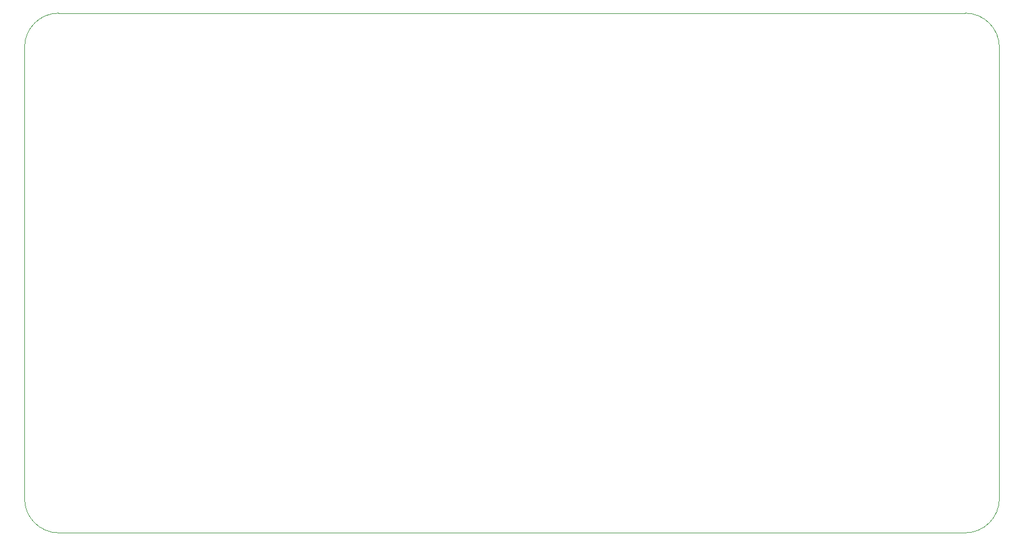
<source format=gm1>
G04 #@! TF.GenerationSoftware,KiCad,Pcbnew,(6.0.2)*
G04 #@! TF.CreationDate,2022-03-10T07:57:26+09:00*
G04 #@! TF.ProjectId,kidoairaku,6b69646f-6169-4726-916b-752e6b696361,rev?*
G04 #@! TF.SameCoordinates,Original*
G04 #@! TF.FileFunction,Profile,NP*
%FSLAX46Y46*%
G04 Gerber Fmt 4.6, Leading zero omitted, Abs format (unit mm)*
G04 Created by KiCad (PCBNEW (6.0.2)) date 2022-03-10 07:57:26*
%MOMM*%
%LPD*%
G01*
G04 APERTURE LIST*
G04 #@! TA.AperFunction,Profile*
%ADD10C,0.050000*%
G04 #@! TD*
G04 APERTURE END LIST*
D10*
X199500000Y-151750000D02*
X199500000Y-85750000D01*
X57000000Y-151750000D02*
G75*
G03*
X62000000Y-156750000I5000000J0D01*
G01*
X194500000Y-80750000D02*
X62000000Y-80750000D01*
X57000000Y-85750000D02*
X57000000Y-151750000D01*
X62000000Y-156750000D02*
X194500000Y-156750000D01*
X194500000Y-156750000D02*
G75*
G03*
X199500000Y-151750000I0J5000000D01*
G01*
X62000000Y-80750000D02*
G75*
G03*
X57000000Y-85750000I0J-5000000D01*
G01*
X199500000Y-85750000D02*
G75*
G03*
X194500000Y-80750000I-5000000J0D01*
G01*
M02*

</source>
